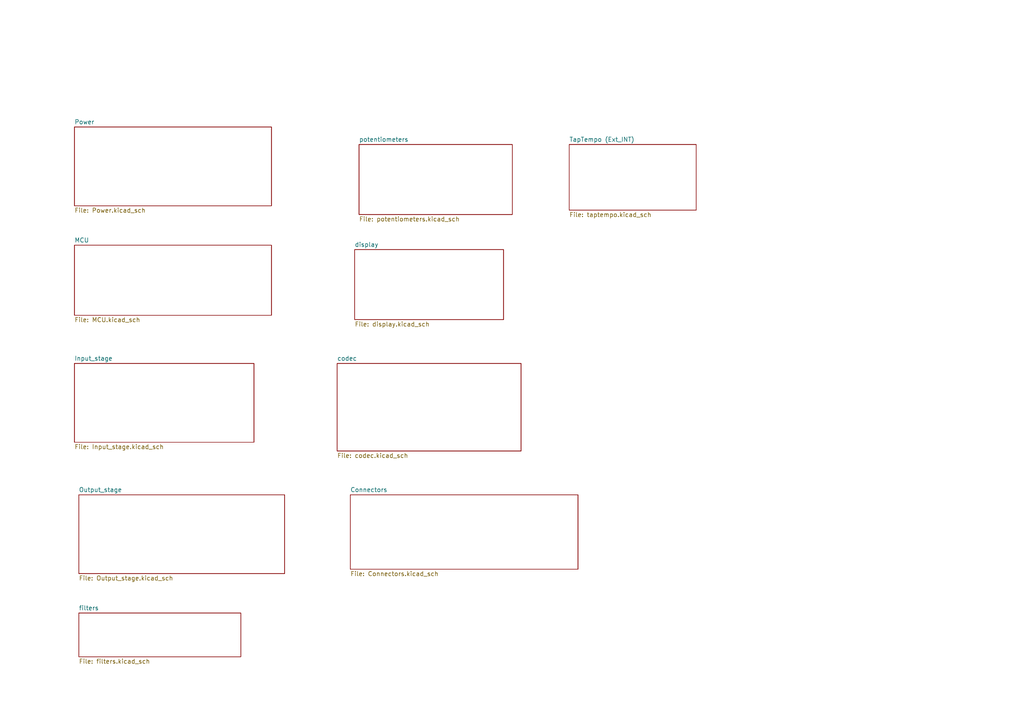
<source format=kicad_sch>
(kicad_sch (version 20230121) (generator eeschema)
  (paper "A4")
  (lib_symbols)
  (sheet (at 21.59 36.83) (size 57.15 22.86) (stroke (width 0.1524))
    (property "Sheetname" "Power" (at 21.59 36.1184 0) (effects (justify left bottom)))
    (property "Sheetfile" "Power.kicad_sch" (at 21.59 60.2746 0) (effects (justify left top)))
  )
  (sheet (at 21.59 71.12) (size 57.15 20.32) (stroke (width 0.1524))
    (property "Sheetname" "MCU" (at 21.59 70.4084 0) (effects (justify left bottom)))
    (property "Sheetfile" "MCU.kicad_sch" (at 21.59 92.0246 0) (effects (justify left top)))
  )
  (sheet (at 101.6 143.51) (size 66.04 21.59) (stroke (width 0.1524))
    (property "Sheetname" "Connectors" (at 101.6 142.7984 0) (effects (justify left bottom)))
    (property "Sheetfile" "Connectors.kicad_sch" (at 101.6 165.6846 0) (effects (justify left top)))
  )
  (sheet (at 22.86 143.51) (size 59.69 22.86) (stroke (width 0.1524))
    (property "Sheetname" "Output_stage" (at 22.86 142.7984 0) (effects (justify left bottom)))
    (property "Sheetfile" "Output_stage.kicad_sch" (at 22.86 166.9546 0) (effects (justify left top)))
  )
  (sheet (at 97.79 105.41) (size 53.34 25.4) (stroke (width 0.1524))
    (property "Sheetname" "codec" (at 97.79 104.6984 0) (effects (justify left bottom)))
    (property "Sheetfile" "codec.kicad_sch" (at 97.79 131.3946 0) (effects (justify left top)))
  )
  (sheet (at 22.86 177.8) (size 46.99 12.7) (stroke (width 0.1524))
    (property "Sheetname" "filters" (at 22.86 177.0884 0) (effects (justify left bottom)))
    (property "Sheetfile" "filters.kicad_sch" (at 22.86 191.0846 0) (effects (justify left top)))
  )
  (sheet (at 102.87 72.39) (size 43.18 20.32) (stroke (width 0.1524))
    (property "Sheetname" "display" (at 102.87 71.6784 0) (effects (justify left bottom)))
    (property "Sheetfile" "display.kicad_sch" (at 102.87 93.2946 0) (effects (justify left top)))
  )
  (sheet (at 165.1 41.91) (size 36.83 19.05) (stroke (width 0.1524))
    (property "Sheetname" "TapTempo (Ext_INT)" (at 165.1 41.1984 0) (effects (justify left bottom)))
    (property "Sheetfile" "taptempo.kicad_sch" (at 165.1 61.5446 0) (effects (justify left top)))
  )
  (sheet (at 21.59 105.41) (size 52.07 22.86) (stroke (width 0.1524))
    (property "Sheetname" "Input_stage" (at 21.59 104.6984 0) (effects (justify left bottom)))
    (property "Sheetfile" "Input_stage.kicad_sch" (at 21.59 128.8546 0) (effects (justify left top)))
  )
  (sheet (at 104.14 41.91) (size 44.45 20.32) (stroke (width 0.1524))
    (property "Sheetname" "potentiometers" (at 104.14 41.1984 0) (effects (justify left bottom)))
    (property "Sheetfile" "potentiometers.kicad_sch" (at 104.14 62.8146 0) (effects (justify left top)))
  )
)
</source>
